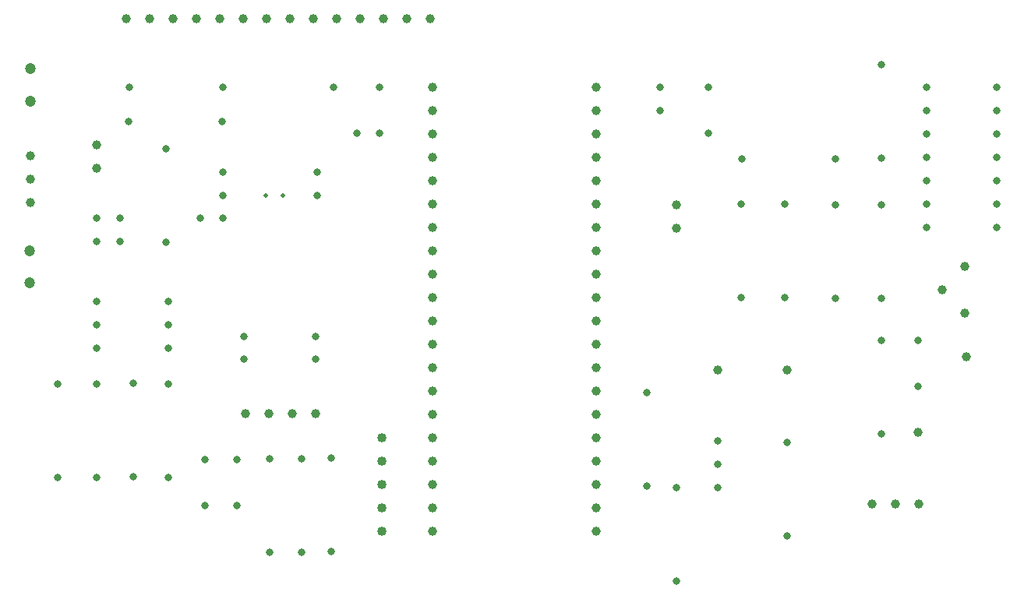
<source format=gbr>
%TF.GenerationSoftware,KiCad,Pcbnew,9.0.7*%
%TF.CreationDate,2026-01-28T19:50:43+01:00*%
%TF.ProjectId,pico-radio-9,7069636f-2d72-4616-9469-6f2d392e6b69,rev?*%
%TF.SameCoordinates,Original*%
%TF.FileFunction,Plated,1,2,PTH,Drill*%
%TF.FilePolarity,Positive*%
%FSLAX46Y46*%
G04 Gerber Fmt 4.6, Leading zero omitted, Abs format (unit mm)*
G04 Created by KiCad (PCBNEW 9.0.7) date 2026-01-28 19:50:43*
%MOMM*%
%LPD*%
G01*
G04 APERTURE LIST*
%TA.AperFunction,ComponentDrill*%
%ADD10C,0.500000*%
%TD*%
%TA.AperFunction,ComponentDrill*%
%ADD11C,0.800000*%
%TD*%
%TA.AperFunction,ComponentDrill*%
%ADD12C,1.000000*%
%TD*%
%TA.AperFunction,ComponentDrill*%
%ADD13C,1.016000*%
%TD*%
%TA.AperFunction,ComponentDrill*%
%ADD14C,1.200000*%
%TD*%
G04 APERTURE END LIST*
D10*
%TO.C,Y1*%
X75325000Y-50275000D03*
X77225000Y-50275000D03*
D11*
%TO.C,R2*%
X52725000Y-70775000D03*
X52725000Y-80935000D03*
%TO.C,C2*%
X56975000Y-52775000D03*
%TO.C,C1*%
X56975000Y-55275000D03*
%TO.C,Q2*%
X56975000Y-61775000D03*
X56975000Y-64315000D03*
X56975000Y-66855000D03*
%TO.C,R4*%
X56975000Y-70775000D03*
X56975000Y-80935000D03*
%TO.C,C2*%
X59475000Y-52775000D03*
%TO.C,C1*%
X59475000Y-55275000D03*
%TO.C,L1*%
X60475000Y-42275000D03*
%TO.C,L4*%
X60565000Y-38525000D03*
%TO.C,R1*%
X60975000Y-70695000D03*
X60975000Y-80855000D03*
%TO.C,L3*%
X64475000Y-45195000D03*
X64475000Y-55355000D03*
%TO.C,Q1*%
X64725000Y-61775000D03*
X64725000Y-64315000D03*
X64725000Y-66855000D03*
%TO.C,R3*%
X64725000Y-70775000D03*
X64725000Y-80935000D03*
%TO.C,C3*%
X68225000Y-52775000D03*
%TO.C,C14*%
X68750000Y-79000000D03*
X68750000Y-84000000D03*
%TO.C,L1*%
X70635000Y-42275000D03*
%TO.C,L4*%
X70725000Y-38525000D03*
%TO.C,C6*%
X70725000Y-47775000D03*
X70725000Y-50275000D03*
%TO.C,C3*%
X70725000Y-52775000D03*
%TO.C,C13*%
X72250000Y-79000000D03*
X72250000Y-84000000D03*
%TO.C,C5*%
X72975000Y-65569888D03*
X72975000Y-68069888D03*
%TO.C,R7*%
X75750000Y-78865000D03*
X75750000Y-89025000D03*
%TO.C,R5*%
X79250000Y-78865000D03*
X79250000Y-89025000D03*
%TO.C,C4*%
X80725000Y-65569888D03*
X80725000Y-68069888D03*
%TO.C,C8*%
X80975000Y-47775000D03*
X80975000Y-50275000D03*
%TO.C,JP3*%
X82475000Y-78775000D03*
X82475000Y-88935000D03*
%TO.C,C9*%
X82725000Y-38525000D03*
%TO.C,C10*%
X85225000Y-43525000D03*
%TO.C,C9*%
X87725000Y-38525000D03*
%TO.C,C10*%
X87725000Y-43525000D03*
%TO.C,R14*%
X116725000Y-71695000D03*
X116725000Y-81855000D03*
%TO.C,C11*%
X118225000Y-38525000D03*
X118225000Y-41025000D03*
%TO.C,JP5*%
X119975000Y-82025000D03*
X119975000Y-92185000D03*
%TO.C,C12*%
X123475000Y-38525000D03*
X123475000Y-43525000D03*
%TO.C,Q3*%
X124475000Y-76985000D03*
X124475000Y-79525000D03*
X124475000Y-82065000D03*
%TO.C,R13*%
X126975000Y-51195000D03*
X126975000Y-61355000D03*
%TO.C,R10*%
X127065000Y-46275000D03*
%TO.C,R12*%
X131725000Y-51195000D03*
X131725000Y-61355000D03*
%TO.C,JP4*%
X131975000Y-77115000D03*
X131975000Y-87275000D03*
%TO.C,R10*%
X137225000Y-46275000D03*
%TO.C,R8*%
X137225000Y-51275000D03*
X137225000Y-61435000D03*
%TO.C,R9*%
X142225000Y-36025000D03*
X142225000Y-46185000D03*
%TO.C,R11*%
X142225000Y-51275000D03*
X142225000Y-61435000D03*
%TO.C,R6*%
X142225000Y-66025000D03*
X142225000Y-76185000D03*
%TO.C,C7*%
X146225000Y-66025000D03*
X146225000Y-71025000D03*
%TO.C,U3*%
X147105000Y-38485000D03*
X147105000Y-41025000D03*
X147105000Y-43565000D03*
X147105000Y-46105000D03*
X147105000Y-48645000D03*
X147105000Y-51185000D03*
X147105000Y-53725000D03*
X154725000Y-38485000D03*
X154725000Y-41025000D03*
X154725000Y-43565000D03*
X154725000Y-46105000D03*
X154725000Y-48645000D03*
X154725000Y-51185000D03*
X154725000Y-53725000D03*
D12*
%TO.C,J3*%
X49750000Y-46000000D03*
X49750000Y-48540000D03*
X49750000Y-51080000D03*
%TO.C,L2*%
X56975000Y-44735000D03*
X56975000Y-47275000D03*
%TO.C,U2*%
X60205000Y-31025000D03*
X62745000Y-31025000D03*
X65285000Y-31025000D03*
X67825000Y-31025000D03*
X70365000Y-31025000D03*
X72905000Y-31025000D03*
%TO.C,J4*%
X73105000Y-74025000D03*
%TO.C,U2*%
X75445000Y-31025000D03*
%TO.C,J4*%
X75645000Y-74025000D03*
%TO.C,U2*%
X77985000Y-31025000D03*
%TO.C,J4*%
X78185000Y-74025000D03*
%TO.C,U2*%
X80525000Y-31025000D03*
%TO.C,J4*%
X80725000Y-74025000D03*
%TO.C,U2*%
X83065000Y-31025000D03*
X85605000Y-31025000D03*
X88145000Y-31025000D03*
X90685000Y-31025000D03*
X93225000Y-31025000D03*
%TO.C,A1*%
X93445000Y-38525000D03*
X93445000Y-41065000D03*
X93445000Y-43605000D03*
X93445000Y-46145000D03*
X93445000Y-48685000D03*
X93445000Y-51225000D03*
X93445000Y-53765000D03*
X93445000Y-56305000D03*
X93445000Y-58845000D03*
X93445000Y-61385000D03*
X93445000Y-63925000D03*
X93445000Y-66465000D03*
X93445000Y-69005000D03*
X93445000Y-71545000D03*
X93445000Y-74085000D03*
X93445000Y-76625000D03*
X93445000Y-79165000D03*
X93445000Y-81705000D03*
X93445000Y-84245000D03*
X93445000Y-86785000D03*
X111225000Y-38525000D03*
X111225000Y-41065000D03*
X111225000Y-43605000D03*
X111225000Y-46145000D03*
X111225000Y-48685000D03*
X111225000Y-51225000D03*
X111225000Y-53765000D03*
X111225000Y-56305000D03*
X111225000Y-58845000D03*
X111225000Y-61385000D03*
X111225000Y-63925000D03*
X111225000Y-66465000D03*
X111225000Y-69005000D03*
X111225000Y-71545000D03*
X111225000Y-74085000D03*
X111225000Y-76625000D03*
X111225000Y-79165000D03*
X111225000Y-81705000D03*
X111225000Y-84245000D03*
X111225000Y-86785000D03*
%TO.C,SW1*%
X119975000Y-51275000D03*
X119975000Y-53815000D03*
%TO.C,BZ1*%
X124425000Y-69275000D03*
X132025000Y-69275000D03*
%TO.C,J5*%
X141185000Y-83775000D03*
X143725000Y-83775000D03*
%TO.C,TP1*%
X146225000Y-76025000D03*
%TO.C,J5*%
X146265000Y-83775000D03*
%TO.C,RV1*%
X148815000Y-60525000D03*
X151315000Y-58025000D03*
X151315000Y-63025000D03*
%TO.C,TP2*%
X151475000Y-67775000D03*
D13*
%TO.C,U4*%
X87975000Y-76615000D03*
X87975000Y-79155000D03*
X87975000Y-81695000D03*
X87975000Y-84235000D03*
X87975000Y-86775000D03*
D14*
%TO.C,J2*%
X49725000Y-56275000D03*
X49725000Y-59775000D03*
%TO.C,J1*%
X49750000Y-36500000D03*
X49750000Y-40000000D03*
M02*

</source>
